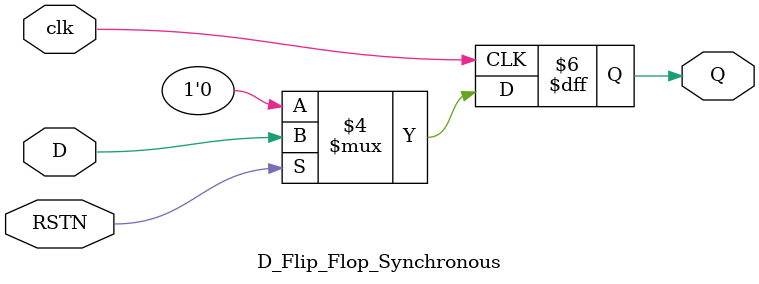
<source format=v>
`timescale 1ns / 1ps

module D_Flip_Flop_Synchronous(
    input D,
    input RSTN,
    input clk,
    output reg Q
);

    always@(posedge clk)
        if (!RSTN)
            Q <= 0;
        else
            Q <= D;
endmodule
</source>
